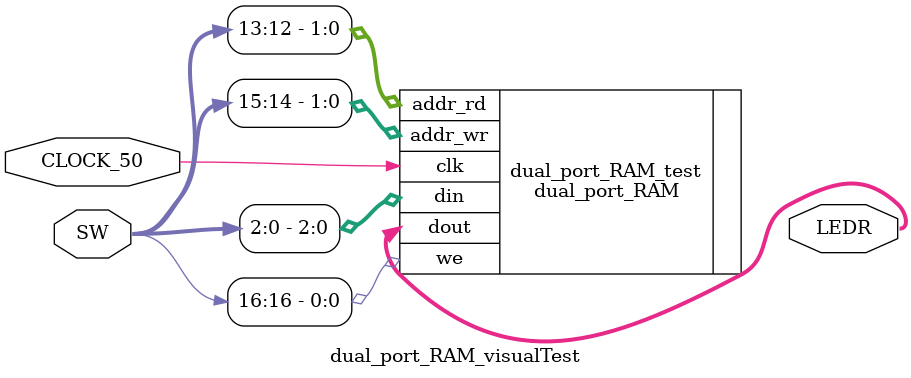
<source format=v>


module dual_port_RAM_visualTest
#(
	parameter ADDR_WIDTH = 2,
	parameter DATA_WIDTH = 3
)
(
	input wire CLOCK_50,
	input wire [16:0] SW,
	output wire [DATA_WIDTH-1:0] LEDR
);

dual_port_RAM dual_port_RAM_test( 
		.clk(CLOCK_50),
		.we(SW[16]),
		.addr_wr(SW[15:14]),
		.addr_rd(SW[13:12]),
		.din(SW[2:0]),	
		.dout(LEDR)
);

endmodule 
</source>
